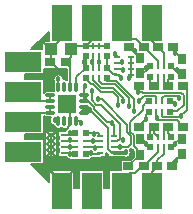
<source format=gtl>
G04 DipTrace 2.4.0.2*
%INECGNCHADCBFR0402.gtl*%
%MOMM*%
%ADD13C,0.127*%
%ADD14C,0.152*%
%ADD15R,0.9X0.7*%
%ADD16R,0.7X0.9*%
%ADD18R,0.6X0.25*%
%ADD19R,1.1X1.0*%
%ADD20R,1.7X1.6*%
%ADD22R,1.7X2.032*%
%ADD24R,1.6X1.7*%
%ADD25R,2.032X1.7*%
%ADD27R,0.525X0.5*%
%ADD28R,0.25X0.5*%
%ADD30R,0.5X0.525*%
%ADD31R,0.5X0.25*%
%ADD35O,0.3X0.85*%
%ADD36O,0.85X0.3*%
%ADD37R,1.5X1.5*%
%ADD38C,0.711*%
%ADD41C,0.457*%
%FSLAX53Y53*%
G04*
G71*
G90*
G75*
G01*
%LNTop*%
%LPD*%
X18250Y15198D2*
D13*
Y16071D1*
X18089Y16233D1*
X20317Y18869D2*
X20295Y18891D1*
Y19311D1*
X20353Y19369D1*
X15748Y18608D2*
X15903D1*
Y18370D1*
X15748D1*
Y18108D1*
X15818Y19417D2*
X15748D1*
Y18370D1*
X20317Y18869D2*
X20661D1*
X20706Y18824D1*
X23956D1*
X24155Y18625D1*
Y17789D1*
X23611Y17245D1*
X23008D1*
X22967Y17204D1*
X15748Y18608D2*
X15569D1*
X16597Y17580D1*
Y17463D1*
X17677Y16383D1*
X18080D1*
Y16223D1*
X18089Y16233D1*
X12848Y18608D2*
Y18108D1*
X12068D1*
X11278Y18898D1*
X16366Y18991D2*
Y18171D1*
X16761Y17776D1*
X16812D1*
X16785Y17803D2*
X17144D1*
X18765Y16182D1*
Y14939D1*
X18524Y14698D1*
X18250D1*
X22332Y17204D2*
Y16866D1*
X22441Y16757D1*
X23783D1*
X24433Y17407D1*
Y19043D1*
X24099Y19377D1*
X23897Y16879D2*
X23783D1*
Y16757D1*
X19056Y14860D2*
Y14939D1*
X18765D1*
X12848Y17608D2*
Y17108D1*
X12028D1*
X11278Y16358D1*
X18250Y14198D2*
X18742D1*
X18771Y14227D1*
X16863Y18279D2*
X17206D1*
X19360Y16125D1*
Y15469D1*
X19653Y15177D1*
Y14454D1*
X19427Y14227D1*
X18771D1*
X21832Y17204D2*
Y16657D1*
X22008Y16481D1*
X23548D1*
X24106Y15923D1*
X21874Y16680D2*
Y16657D1*
X21832D1*
X15748Y17608D2*
Y17352D1*
Y17108D1*
Y17352D2*
X16158D1*
X16180Y17373D1*
X18250Y13698D2*
Y13626D1*
X19090D1*
X19232Y13769D1*
X17976D1*
X17704Y14041D1*
Y15877D1*
X16247Y17334D1*
X15522D1*
X15748Y17108D1*
X20346Y15933D2*
Y15973D1*
X20980Y16608D1*
Y16992D1*
X21192Y17204D1*
X15858Y20042D2*
X15788D1*
X16288Y19542D1*
X16451D1*
X17122Y18870D1*
X18136D1*
X18571Y18435D1*
Y17780D1*
X15876Y15388D2*
X16529D1*
X16911D1*
X17100Y15198D1*
X16529Y15355D2*
Y15388D1*
X15846Y21896D2*
Y21462D1*
Y20954D1*
X15858Y20942D1*
X15048Y19308D2*
Y20131D1*
X15858Y20942D1*
X18526Y21849D2*
Y21914D1*
X18317Y22122D1*
X15716Y21462D2*
X15846D1*
X19676Y21849D2*
Y21349D1*
Y20685D1*
X19688Y20672D1*
Y20837D1*
X19676Y20849D1*
Y20349D1*
X13818Y23978D2*
Y23461D1*
X12879Y22523D1*
Y21419D1*
X12849Y21389D1*
X12913Y15258D2*
Y14758D1*
Y14258D1*
Y13758D1*
Y12183D1*
X13818Y11278D1*
X12913Y15258D2*
X13064D1*
X13414Y15608D1*
X14118D1*
X14482Y15972D1*
Y16342D1*
X14548Y16408D1*
X19676Y20349D2*
Y20196D1*
X19563Y20083D1*
X14548Y16408D2*
Y17608D1*
X14298Y17858D1*
X21968Y21088D2*
Y21551D1*
X20821Y22698D1*
X20779D1*
X20113Y23364D1*
X19512D1*
X18898Y23978D1*
X22468Y21088D2*
Y22198D1*
X21968Y22698D1*
X21438Y23978D2*
Y23228D1*
X21968Y22698D1*
X21892Y12603D2*
Y13097D1*
X22471Y13676D1*
Y14207D1*
X22466Y14211D1*
X21438Y11278D2*
Y12149D1*
X21892Y12603D1*
X20778Y12604D2*
X20643D1*
X20034Y11995D1*
X19615D1*
X18898Y11278D1*
X21966Y14211D2*
Y13792D1*
X20778Y12604D1*
X21968Y20188D2*
Y19684D1*
X21653Y19369D1*
X21328Y20188D2*
Y19694D1*
X21653Y19369D1*
X20470Y20459D2*
X20699D1*
X21006Y20766D1*
X21328Y21088D1*
X14063Y15258D2*
X14531D1*
X14845D1*
X14976Y15388D1*
X14531Y15410D2*
Y15258D1*
X20957Y20956D2*
X21006Y20907D1*
Y20766D1*
X19521Y22698D2*
X19997Y22233D1*
X20470Y21759D1*
X20011Y22328D2*
X19997Y22315D1*
Y22233D1*
X22967Y18104D2*
X23189D1*
X23387Y17906D1*
X22799Y19377D2*
Y19884D1*
X23103Y20188D1*
X22468D2*
Y19707D1*
X22799Y19377D1*
X23192Y12603D2*
Y12836D1*
X23448Y13092D1*
X23981Y13625D1*
X23465Y13075D2*
X23448Y13092D1*
X21832Y18104D2*
Y18440D1*
X21727Y18545D1*
X20825D1*
X20401Y18121D1*
Y18106D1*
X22466Y15111D2*
Y15583D1*
X22806Y15923D1*
Y15406D1*
X23101Y15111D1*
X23981Y14925D2*
X23815D1*
X23457Y14567D1*
X23101Y14211D1*
X14063Y14258D2*
X14549D1*
X14966D1*
X14976Y14248D1*
X14549Y14225D2*
Y14258D1*
X23447Y14485D2*
X23457Y14495D1*
Y14567D1*
X21326Y15111D2*
Y15613D1*
X21646Y15933D1*
Y15432D1*
X21966Y15111D1*
X19478Y12604D2*
X19480D1*
X20469Y13593D1*
X21192Y18104D2*
X21080D1*
X20672Y17695D1*
Y17355D1*
X19649Y16332D1*
Y15543D1*
X19915Y15276D1*
Y14279D1*
X20602Y13593D1*
X20469D1*
X17621Y22796D2*
X16986D1*
X16486D1*
X15846D1*
X14853D1*
X14579Y22523D1*
Y21819D1*
X14149Y21389D1*
X14548Y19308D2*
Y20989D1*
X14149Y21389D1*
X16358Y23978D2*
Y23308D1*
X15846Y22796D1*
X20469Y14893D2*
X20645D1*
X20977Y14561D1*
X21326Y14211D1*
X14063Y13758D2*
X14549D1*
X14831D1*
X14976Y13613D1*
X14549Y13633D2*
Y13758D1*
X20956Y14467D2*
X20977Y14487D1*
Y14561D1*
X23989Y20395D2*
X23797D1*
X23526Y20666D1*
X23103Y21088D1*
X14063Y14758D2*
X14531D1*
X14966D1*
X14976Y14748D1*
X14531Y14817D2*
Y14758D1*
X23559Y20780D2*
X23526Y20747D1*
Y20666D1*
X23268Y22698D2*
Y22624D1*
Y22415D1*
X23989Y21695D1*
X23459Y22207D2*
Y22624D1*
X23268D1*
X22332Y18104D2*
Y18358D1*
X22526Y18552D1*
X23572D1*
X23722Y18401D1*
X16498Y20042D2*
Y19876D1*
X17118Y19257D1*
X18183D1*
X19032Y18408D1*
Y18165D1*
X15876Y14748D2*
X16505D1*
X17051D1*
X17100Y14698D1*
X16505Y14759D2*
Y14748D1*
X16486Y21896D2*
Y21439D1*
Y20954D1*
X16498Y20942D1*
X18526Y21349D2*
X18923D1*
X18968Y21394D1*
X16395Y21427D2*
X16486Y21439D1*
X13548Y19308D2*
Y19949D1*
X13551Y19952D1*
X16998Y20042D2*
Y19790D1*
X17213Y19576D1*
X18333D1*
X19526Y18383D1*
Y17737D1*
X15876Y14248D2*
X16650D1*
X17051D1*
X17100Y14198D1*
X16650Y14176D2*
Y14248D1*
X16998Y20942D2*
Y21424D1*
Y21884D1*
X16986Y21896D1*
X18526Y20849D2*
X18936D1*
X18996Y20790D1*
X16980Y21424D2*
X16998D1*
X13548Y16408D2*
X13325D1*
X13237Y16496D1*
X17633Y20042D2*
Y19852D1*
X18437D1*
X19962Y18328D1*
Y17321D1*
X15876Y13613D2*
X16283D1*
X17015D1*
X17100Y13698D1*
X16283Y13722D2*
Y13613D1*
X17621Y21896D2*
Y20954D1*
X17633Y20942D1*
Y20898D1*
X18130Y20401D1*
X18474D1*
X18526Y20349D1*
X18570D1*
X18840Y20079D1*
X15048Y16408D2*
X15291D1*
X15474Y16225D1*
D41*
X18571Y17780D3*
X19032Y18165D3*
X19526Y17737D3*
X19962Y17321D3*
X20980Y16608D3*
X20390Y18117D3*
X18317Y22122D3*
X18968Y21394D3*
X18996Y20790D3*
X18840Y20079D3*
X15716Y21462D3*
X16395Y21427D3*
X13551Y19952D3*
X16980Y21424D3*
X13237Y16496D3*
X15474Y16225D3*
X15818Y19417D3*
X16180Y17373D3*
X21874Y16680D3*
X23387Y17906D3*
X14531Y15410D3*
Y14817D3*
X14549Y14225D3*
Y13633D3*
X16283Y13722D3*
X16650Y14176D3*
X16505Y14759D3*
X16529Y15355D3*
X18089Y16233D3*
X23897Y16879D3*
X18771Y14227D3*
X19232Y13769D3*
X20317Y18869D3*
X20011Y22328D3*
X20957Y20956D3*
X23459Y22207D3*
X23559Y20780D3*
X23722Y18401D3*
X23465Y13075D3*
X23447Y14485D3*
X20956Y14467D3*
X19563Y20083D3*
X16863Y18279D3*
X16366Y18991D3*
X19056Y14860D3*
X12537Y23766D2*
D14*
X12745D1*
X12389Y23617D2*
X12745D1*
X12242Y23468D2*
X12745D1*
X12094Y23319D2*
X12745D1*
X11947Y23170D2*
X12104D1*
X11799Y23021D2*
X12104D1*
X11651Y22872D2*
X12104D1*
X11504Y22723D2*
X12104D1*
X11354Y22574D2*
X12104D1*
X12301Y20785D2*
X14259D1*
X12301Y20636D2*
X14259D1*
X12301Y20487D2*
X14259D1*
X10759Y20338D2*
X13330D1*
X13773D2*
X14259D1*
X10759Y20189D2*
X13169D1*
X13935D2*
X14259D1*
X10759Y20040D2*
X13107D1*
X13994D2*
X14259D1*
X12301Y19891D2*
X13102D1*
X12301Y19742D2*
X13152D1*
X12301Y19593D2*
X13173D1*
X12301Y19444D2*
X13173D1*
X12301Y19294D2*
X13173D1*
X12301Y19145D2*
X13173D1*
X12301Y18996D2*
X13176D1*
X12301Y16760D2*
X12468D1*
X12301Y16611D2*
X12799D1*
X12301Y16462D2*
X12785D1*
X12301Y16313D2*
X12826D1*
X12301Y16164D2*
X12938D1*
X12301Y16015D2*
X13195D1*
X12301Y15866D2*
X13292D1*
X12301Y15717D2*
X14204D1*
X12301Y15568D2*
X12391D1*
X13437D2*
X13537D1*
X12301Y15419D2*
X12391D1*
X13437D2*
X13537D1*
X10759Y15270D2*
X12390D1*
X13437D2*
X13537D1*
X10759Y15121D2*
X12390D1*
X13437D2*
X13537D1*
X10759Y14972D2*
X12390D1*
X13437D2*
X13537D1*
X12301Y14822D2*
X12391D1*
X13437D2*
X13537D1*
X12301Y14673D2*
X12391D1*
X13437D2*
X13537D1*
X12301Y14524D2*
X12391D1*
X13437D2*
X13537D1*
X12301Y14375D2*
X12391D1*
X13437D2*
X13537D1*
X12301Y14226D2*
X12391D1*
X13437D2*
X13537D1*
X12301Y14077D2*
X12391D1*
X13437D2*
X13537D1*
X12301Y13928D2*
X12391D1*
X13437D2*
X13537D1*
X19655D2*
X19865D1*
X12301Y13779D2*
X12391D1*
X13437D2*
X13537D1*
X19686D2*
X19896D1*
X12301Y13630D2*
X12391D1*
X13437D2*
X13537D1*
X17626D2*
X17715D1*
X19662D2*
X19896D1*
X12301Y13481D2*
X12391D1*
X13437D2*
X13537D1*
X17626D2*
X17728D1*
X19576D2*
X19896D1*
X12301Y13332D2*
X14216D1*
X16497D2*
X19807D1*
X12301Y13183D2*
X14502D1*
X16349D2*
X19657D1*
X12301Y13034D2*
X18805D1*
X12301Y12885D2*
X18805D1*
X11301Y12736D2*
X18805D1*
X11449Y12586D2*
X18805D1*
X11599Y12437D2*
X18805D1*
X11744Y12288D2*
X18805D1*
X11892Y12139D2*
X12745D1*
X14892D2*
X15283D1*
X17433D2*
X17824D1*
X12042Y11990D2*
X12745D1*
X14892D2*
X15283D1*
X17433D2*
X17824D1*
X12189Y11841D2*
X12745D1*
X14892D2*
X15283D1*
X17433D2*
X17824D1*
X12337Y11692D2*
X12745D1*
X14892D2*
X15283D1*
X17433D2*
X17824D1*
X12485Y11543D2*
X12745D1*
X14892D2*
X15283D1*
X17433D2*
X17824D1*
X12632Y11394D2*
X12745D1*
X14892D2*
X15283D1*
X17433D2*
X17824D1*
X14892Y11245D2*
X15283D1*
X17433D2*
X17824D1*
X14892Y11096D2*
X15283D1*
X17433D2*
X17824D1*
X14892Y10947D2*
X15283D1*
X17433D2*
X17824D1*
X14892Y10798D2*
X15283D1*
X17433D2*
X17824D1*
X10743Y14877D2*
X12287D1*
Y12759D1*
X11266D1*
X12654Y11357D1*
X12759Y11251D1*
Y12287D1*
X14877D1*
Y10744D1*
X15299D1*
X15301Y11233D1*
X15299Y11488D1*
Y12287D1*
X17417D1*
X17420Y10744D1*
X17837D1*
X17839Y11233D1*
Y12287D1*
X18817D1*
X18819Y13163D1*
X19655D1*
X19909Y13418D1*
X19910Y13898D1*
X19721Y14088D1*
X19684Y14099D1*
X19618Y14033D1*
X19608Y13994D1*
X19641Y13926D1*
X19662Y13853D1*
X19670Y13769D1*
X19664Y13693D1*
X19644Y13620D1*
X19612Y13551D1*
X19568Y13488D1*
X19515Y13434D1*
X19452Y13391D1*
X19384Y13358D1*
X19310Y13338D1*
X19234Y13331D1*
X19158Y13337D1*
X19090Y13354D1*
X18249D1*
X18150Y13364D1*
X17741D1*
Y13619D1*
X17610Y13750D1*
Y13364D1*
X17126D1*
X17034Y13341D1*
X16499Y13340D1*
X16434Y13311D1*
X16335Y13288D1*
Y13141D1*
X15416Y13144D1*
X15359Y13141D1*
X14516D1*
Y13196D1*
X14401Y13220D1*
X14332Y13252D1*
X14270Y13295D1*
X14215Y13349D1*
X14164Y13426D1*
X13734Y13424D1*
X13554D1*
X13556Y14092D1*
X13554Y14152D1*
X13556Y14592D1*
X13554Y14652D1*
X13556Y15092D1*
X13554Y15152D1*
Y15592D1*
X14133D1*
X14192Y15687D1*
X14245Y15742D1*
X14307Y15786D1*
X14373Y15819D1*
X14317Y15858D1*
X14259Y15811D1*
X14192Y15776D1*
X14119Y15755D1*
X14043Y15748D1*
X13967Y15757D1*
X13895Y15780D1*
X13828Y15817D1*
X13779Y15859D1*
X13724Y15819D1*
X13654Y15790D1*
X13579Y15775D1*
X13503Y15776D1*
X13429Y15794D1*
X13360Y15827D1*
X13300Y15873D1*
X13251Y15931D1*
X13215Y15998D1*
X13197Y16060D1*
X13090Y16083D1*
X13021Y16115D1*
X12958Y16158D1*
X12904Y16212D1*
X12860Y16274D1*
X12827Y16342D1*
X12807Y16416D1*
X12800Y16492D1*
X12805Y16567D1*
X12824Y16641D1*
X12856Y16710D1*
X12881Y16748D1*
X12528Y16751D1*
X12454Y16769D1*
X12385Y16802D1*
X12342Y16835D1*
X12288D1*
X12287Y15299D1*
X10744D1*
Y14877D1*
X11233Y14875D1*
X10743Y19957D2*
X12287D1*
Y18826D1*
X12346Y18887D1*
X12410Y18928D1*
X12481Y18955D1*
X12573Y18966D1*
X13123Y18967D1*
X13182Y18962D1*
X13198Y18958D1*
X13189Y19050D1*
Y19583D1*
Y19597D1*
X13204Y19684D1*
X13173Y19730D1*
X13141Y19799D1*
X13120Y19872D1*
X13113Y19948D1*
X13119Y20024D1*
X13138Y20098D1*
X13169Y20167D1*
X13212Y20230D1*
X13266Y20284D1*
X13327Y20329D1*
X13396Y20362D1*
X13469Y20382D1*
X13545Y20390D1*
X13621Y20384D1*
X13695Y20366D1*
X13764Y20335D1*
X13827Y20292D1*
X13882Y20239D1*
X13926Y20178D1*
X13960Y20109D1*
X13981Y20036D1*
X13989Y19963D1*
X14064Y19967D1*
X14139Y19957D1*
X14211Y19931D1*
X14274Y19894D1*
Y20830D1*
X13489Y20832D1*
X13477Y20830D1*
X12287D1*
Y20379D1*
X10745D1*
X10744Y19959D1*
X11233Y19957D1*
Y19955D1*
X11262Y22497D2*
X12120Y22499D1*
Y23232D1*
X12759D1*
Y24006D1*
X11263Y22497D1*
X12419Y15592D2*
X13423D1*
Y13424D1*
X12404D1*
Y15592D1*
X12419D1*
X12759Y12287D2*
X13818Y11278D1*
X14877Y12287D2*
X13818Y11278D1*
X12849Y21389D2*
X13508Y20830D1*
X12405Y15592D2*
X13422Y14924D1*
Y15592D2*
X12405Y14924D1*
Y15092D2*
X13422Y14424D1*
Y15092D2*
X12405Y14424D1*
Y14592D2*
X13422Y13924D1*
Y14592D2*
X12405Y13924D1*
Y14092D2*
X13422Y13424D1*
Y14092D2*
X12405Y13424D1*
X12120Y23232D2*
X12879Y22523D1*
D15*
X20778Y12604D3*
X19478D3*
D16*
X20469Y14893D3*
Y13593D3*
D18*
X14063Y13758D3*
Y14258D3*
Y14758D3*
Y15258D3*
X12913D3*
Y14758D3*
Y14258D3*
Y13758D3*
X17100Y15198D3*
Y14698D3*
Y14198D3*
Y13698D3*
X18250D3*
Y14198D3*
Y14698D3*
Y15198D3*
X18526Y21849D3*
Y21349D3*
Y20849D3*
Y20349D3*
X19676D3*
Y20849D3*
Y21349D3*
Y21849D3*
D15*
X21646Y15933D3*
X20346D3*
D19*
X14579Y22523D3*
X12879D3*
D15*
X14149Y21389D3*
X12849D3*
X22806Y15923D3*
X24106D3*
D16*
X23981Y14925D3*
Y13625D3*
D15*
X21892Y12603D3*
X23192D3*
X20821Y22698D3*
X19521D3*
X21653Y19369D3*
X20353D3*
D16*
X20470Y20459D3*
Y21759D3*
X23989Y20395D3*
Y21695D3*
D15*
X22799Y19377D3*
X24099D3*
X21968Y22698D3*
X23268D3*
D20*
X18898Y23978D3*
X21438D3*
D22*
X18898Y25248D3*
X21438D3*
D20*
X18898Y11278D3*
X21438D3*
D22*
X18898Y10008D3*
X21438D3*
D24*
X11278Y13818D3*
Y16358D3*
Y18898D3*
Y21438D3*
D25*
X10008D3*
Y18898D3*
Y16358D3*
Y13818D3*
D20*
X16358Y11278D3*
X13818D3*
D22*
X16358Y10008D3*
X13818D3*
D20*
X16358Y23978D3*
X13818D3*
D22*
X16358Y25248D3*
X13818D3*
D27*
X15846Y21896D3*
D28*
X16486D3*
X16986D3*
D27*
X17621D3*
Y22796D3*
D28*
X16986D3*
X16486D3*
D27*
X15846D3*
X21328Y20188D3*
D28*
X21968D3*
X22468D3*
D27*
X23103D3*
Y21088D3*
D28*
X22468D3*
X21968D3*
D27*
X21328D3*
D30*
X14976Y15388D3*
D31*
Y14748D3*
Y14248D3*
D30*
Y13613D3*
X15876D3*
D31*
Y14248D3*
Y14748D3*
D30*
Y15388D3*
D27*
X15858Y20042D3*
D28*
X16498D3*
X16998D3*
D27*
X17633D3*
Y20942D3*
D28*
X16998D3*
X16498D3*
D27*
X15858D3*
X21192Y17204D3*
D28*
X21832D3*
X22332D3*
D27*
X22967D3*
Y18104D3*
D28*
X22332D3*
X21832D3*
D27*
X21192D3*
X21326Y14211D3*
D28*
X21966D3*
X22466D3*
D27*
X23101D3*
Y15111D3*
D28*
X22466D3*
X21966D3*
D27*
X21326D3*
D35*
X15048Y19308D3*
X14548D3*
X14048D3*
X13548D3*
D36*
X12848Y18608D3*
Y18108D3*
Y17608D3*
Y17108D3*
D35*
X13548Y16408D3*
X14048D3*
X14548D3*
X15048D3*
D36*
X15748Y17108D3*
Y17608D3*
Y18108D3*
Y18608D3*
D37*
X14298Y17858D3*
D38*
X14696Y18255D3*
X13902D3*
Y17461D3*
X14696D3*
M02*

</source>
